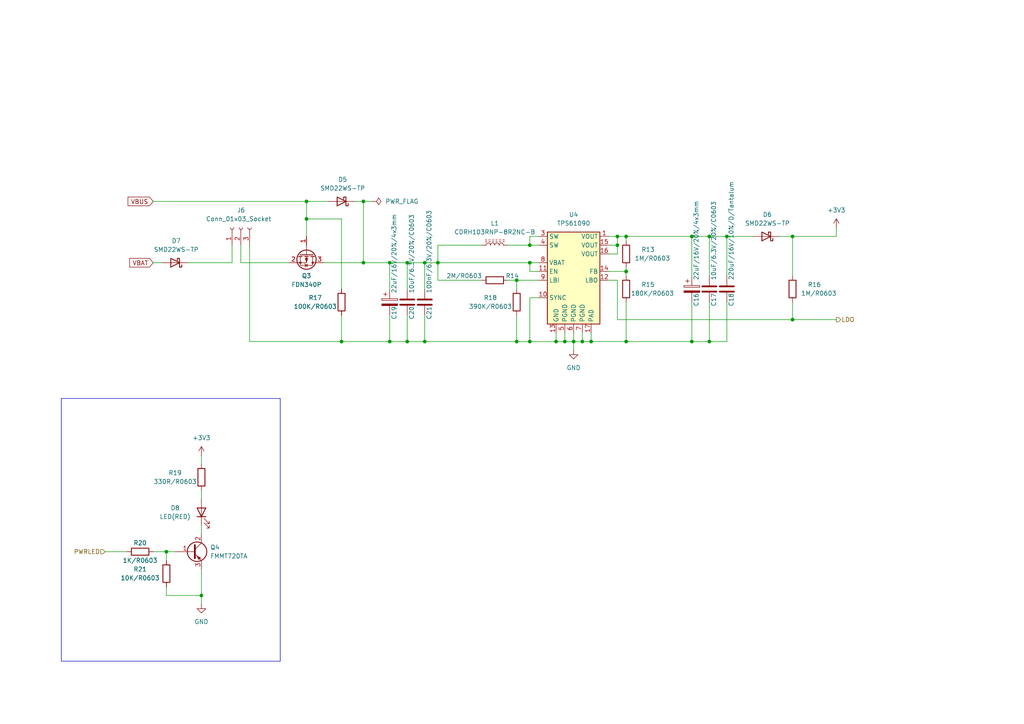
<source format=kicad_sch>
(kicad_sch (version 20231120) (generator "eeschema") (generator_version "8.0")
  (paper "A4")
  (title_block (title "ESP32 embedded application") (date "2024-10-04") (rev "A") (comment 1 "Author: Nicolae-Andrei Vasile") (comment 2 "ESP32 embedded hardware application."))
  (lib_symbols
    (symbol "Connector:Conn_01x03_Socket" (pin_names (offset 1.016) hide)
      (property "Reference" "J" (at 0 5.08 0))
      (property "Value" "Conn_01x03_Socket" (at 0 -5.08 0))
      (symbol "Conn_01x03_Socket_1_1"
        (arc (start 0 -2.032) (mid -0.5058 -2.54) (end 0 -3.048) (stroke (width 0.1524)))
        (polyline (pts (xy -1.27 -2.54) (xy -0.508 -2.54)) (stroke (width 0.1524)))
        (polyline (pts (xy -1.27 0) (xy -0.508 0)) (stroke (width 0.1524)))
        (polyline (pts (xy -1.27 2.54) (xy -0.508 2.54)) (stroke (width 0.1524)))
        (arc (start 0 0.508) (mid -0.5058 0) (end 0 -0.508) (stroke (width 0.1524)))
        (arc (start 0 3.048) (mid -0.5058 2.54) (end 0 2.032) (stroke (width 0.1524)))
        (pin passive line (at -5.08 2.54 0) (length 3.81) (name "Pin_1") (number "1"))
        (pin passive line (at -5.08 0 0) (length 3.81) (name "Pin_2") (number "2"))
        (pin passive line (at -5.08 -2.54 0) (length 3.81) (name "Pin_3") (number "3"))
      )
    )
    (symbol "Device:C" (pin_numbers hide) (pin_names (offset 0.254))
      (property "Reference" "C" (at 0.635 2.54 0))
      (property "Value" "C" (at 0.635 -2.54 0))
      (symbol "C_0_1"
        (polyline (pts (xy -2.032 -0.762) (xy 2.032 -0.762)) (stroke (width 0.508)))
        (polyline (pts (xy -2.032 0.762) (xy 2.032 0.762)) (stroke (width 0.508)))
      )
      (symbol "C_1_1"
        (pin passive line (at 0 3.81 270) (length 2.794) (name "~") (number "1"))
        (pin passive line (at 0 -3.81 90) (length 2.794) (name "~") (number "2"))
      )
    )
    (symbol "Device:C_Polarized" (pin_numbers hide) (pin_names (offset 0.254))
      (property "Reference" "C" (at 0.635 2.54 0))
      (property "Value" "C_Polarized" (at 0.635 -2.54 0))
      (symbol "C_Polarized_0_1"
        (rectangle (start -2.286 0.508) (end 2.286 1.016))
        (polyline (pts (xy -1.778 2.286) (xy -0.762 2.286)))
        (polyline (pts (xy -1.27 2.794) (xy -1.27 1.778)))
        (rectangle (start 2.286 -0.508) (end -2.286 -1.016) (fill (type outline)))
      )
      (symbol "C_Polarized_1_1"
        (pin passive line (at 0 3.81 270) (length 2.794) (name "~") (number "1"))
        (pin passive line (at 0 -3.81 90) (length 2.794) (name "~") (number "2"))
      )
    )
    (symbol "Device:D_Schottky" (pin_numbers hide) (pin_names (offset 1.016) hide)
      (property "Reference" "D" (at 0 2.54 0))
      (property "Value" "D_Schottky" (at 0 -2.54 0))
      (symbol "D_Schottky_0_1"
        (polyline (pts (xy 1.27 0) (xy -1.27 0)))
        (polyline (pts (xy 1.27 1.27) (xy 1.27 -1.27) (xy -1.27 0) (xy 1.27 1.27)) (stroke (width 0.254)))
        (polyline (pts (xy -1.905 0.635) (xy -1.905 1.27) (xy -1.27 1.27) (xy -1.27 -1.27) (xy -0.635 -1.27) (xy -0.635 -0.635)) (stroke (width 0.254)))
      )
      (symbol "D_Schottky_1_1"
        (pin passive line (at -3.81 0 0) (length 2.54) (name "K") (number "1"))
        (pin passive line (at 3.81 0 180) (length 2.54) (name "A") (number "2"))
      )
    )
    (symbol "Device:LED" (pin_numbers hide) (pin_names (offset 1.016) hide)
      (property "Reference" "D" (at 0 2.54 0))
      (property "Value" "LED" (at 0 -2.54 0))
      (symbol "LED_0_1"
        (polyline (pts (xy -1.27 -1.27) (xy -1.27 1.27)) (stroke (width 0.254)))
        (polyline (pts (xy -1.27 0) (xy 1.27 0)))
        (polyline (pts (xy 1.27 -1.27) (xy 1.27 1.27) (xy -1.27 0) (xy 1.27 -1.27)) (stroke (width 0.254)))
        (polyline (pts (xy -3.048 -0.762) (xy -4.572 -2.286) (xy -3.81 -2.286) (xy -4.572 -2.286) (xy -4.572 -1.524)))
        (polyline (pts (xy -1.778 -0.762) (xy -3.302 -2.286) (xy -2.54 -2.286) (xy -3.302 -2.286) (xy -3.302 -1.524)))
      )
      (symbol "LED_1_1"
        (pin passive line (at -3.81 0 0) (length 2.54) (name "K") (number "1"))
        (pin passive line (at 3.81 0 180) (length 2.54) (name "A") (number "2"))
      )
    )
    (symbol "Device:L_Ferrite" (pin_numbers hide) (pin_names (offset 1.016) hide)
      (property "Reference" "L" (at -1.27 0 90))
      (property "Value" "L_Ferrite" (at 2.794 0 90))
      (symbol "L_Ferrite_0_1"
        (arc (start 0 -2.54) (mid 0.6323 -1.905) (end 0 -1.27))
        (arc (start 0 -1.27) (mid 0.6323 -0.635) (end 0 0))
        (polyline (pts (xy 1.016 -2.794) (xy 1.016 -2.286)))
        (polyline (pts (xy 1.016 -1.778) (xy 1.016 -1.27)))
        (polyline (pts (xy 1.016 -0.762) (xy 1.016 -0.254)))
        (polyline (pts (xy 1.016 0.254) (xy 1.016 0.762)))
        (polyline (pts (xy 1.016 1.27) (xy 1.016 1.778)))
        (polyline (pts (xy 1.016 2.286) (xy 1.016 2.794)))
        (polyline (pts (xy 1.524 -2.286) (xy 1.524 -2.794)))
        (polyline (pts (xy 1.524 -1.27) (xy 1.524 -1.778)))
        (polyline (pts (xy 1.524 -0.254) (xy 1.524 -0.762)))
        (polyline (pts (xy 1.524 0.762) (xy 1.524 0.254)))
        (polyline (pts (xy 1.524 1.778) (xy 1.524 1.27)))
        (polyline (pts (xy 1.524 2.794) (xy 1.524 2.286)))
        (arc (start 0 0) (mid 0.6323 0.635) (end 0 1.27))
        (arc (start 0 1.27) (mid 0.6323 1.905) (end 0 2.54))
      )
      (symbol "L_Ferrite_1_1"
        (pin passive line (at 0 3.81 270) (length 1.27) (name "1") (number "1"))
        (pin passive line (at 0 -3.81 90) (length 1.27) (name "2") (number "2"))
      )
    )
    (symbol "Device:Q_PNP_BCE" (pin_names (offset 0) hide)
      (property "Reference" "Q" (at 5.08 1.27 0))
      (property "Value" "Q_PNP_BCE" (at 5.08 -1.27 0))
      (symbol "Q_PNP_BCE_0_1"
        (polyline (pts (xy 0.635 0.635) (xy 2.54 2.54)))
        (polyline (pts (xy 0.635 -0.635) (xy 2.54 -2.54) (xy 2.54 -2.54)))
        (polyline (pts (xy 0.635 1.905) (xy 0.635 -1.905) (xy 0.635 -1.905)) (stroke (width 0.508)))
        (polyline (pts (xy 2.286 -1.778) (xy 1.778 -2.286) (xy 1.27 -1.27) (xy 2.286 -1.778) (xy 2.286 -1.778)) (fill (type outline)))
        (circle (center 1.27 0) (radius 2.8194) (stroke (width 0.254)))
      )
      (symbol "Q_PNP_BCE_1_1"
        (pin input line (at -5.08 0 0) (length 5.715) (name "B") (number "1"))
        (pin passive line (at 2.54 5.08 270) (length 2.54) (name "C") (number "2"))
        (pin passive line (at 2.54 -5.08 90) (length 2.54) (name "E") (number "3"))
      )
    )
    (symbol "Device:R" (pin_numbers hide) (pin_names (offset 0))
      (property "Reference" "R" (at 2.032 0 90))
      (property "Value" "R" (at 0 0 90))
      (symbol "R_0_1"
        (rectangle (start -1.016 -2.54) (end 1.016 2.54) (stroke (width 0.254)))
      )
      (symbol "R_1_1"
        (pin passive line (at 0 3.81 270) (length 1.27) (name "~") (number "1"))
        (pin passive line (at 0 -3.81 90) (length 1.27) (name "~") (number "2"))
      )
    )
    (symbol "Regulator_Switching:TPS61090"
      (property "Reference" "U" (at -7.62 15.24 0))
      (property "Value" "TPS61090" (at 1.27 15.24 0))
      (symbol "TPS61090_0_0"
        (pin power_out line (at 10.16 12.7 180) (length 2.54) (name "VOUT") (number "1"))
        (pin input line (at -10.16 -5.08 0) (length 2.54) (name "SYNC") (number "10"))
        (pin input line (at -10.16 2.54 0) (length 2.54) (name "EN") (number "11"))
        (pin open_collector line (at 10.16 0 180) (length 2.54) (name "LBO") (number "12"))
        (pin power_in line (at -5.08 -15.24 90) (length 2.54) (name "GND") (number "13"))
        (pin input line (at 10.16 2.54 180) (length 2.54) (name "FB") (number "14"))
        (pin passive line (at 10.16 10.16 180) (length 2.54) (name "VOUT") (number "15"))
        (pin passive line (at 10.16 7.62 180) (length 2.54) (name "VOUT") (number "16"))
        (pin power_in line (at 5.08 -15.24 90) (length 2.54) (name "PAD") (number "17"))
        (pin no_connect line (at 10.16 -5.08 180) (length 2.54) hide (name "NC") (number "2"))
        (pin passive line (at -10.16 12.7 0) (length 2.54) (name "SW") (number "3"))
        (pin passive line (at -10.16 10.16 0) (length 2.54) (name "SW") (number "4"))
        (pin power_in line (at -2.54 -15.24 90) (length 2.54) (name "PGND") (number "5"))
        (pin power_in line (at 0 -15.24 90) (length 2.54) (name "PGND") (number "6"))
        (pin power_in line (at 2.54 -15.24 90) (length 2.54) (name "PGND") (number "7"))
        (pin power_in line (at -10.16 5.08 0) (length 2.54) (name "VBAT") (number "8"))
        (pin input line (at -10.16 0 0) (length 2.54) (name "LBI") (number "9"))
      )
      (symbol "TPS61090_0_1"
        (rectangle (start -7.62 13.97) (end 7.62 -12.7) (stroke (width 0.254)) (fill (type background)))
      )
    )
    (symbol "Transistor_FET:FDN340P" (pin_names hide)
      (property "Reference" "Q" (at 5.08 1.905 0))
      (property "Value" "FDN340P" (at 5.08 0 0))
      (symbol "FDN340P_0_1"
        (polyline (pts (xy 0.254 0) (xy -2.54 0)))
        (polyline (pts (xy 0.254 1.905) (xy 0.254 -1.905)) (stroke (width 0.254)))
        (polyline (pts (xy 0.762 -1.27) (xy 0.762 -2.286)) (stroke (width 0.254)))
        (polyline (pts (xy 0.762 0.508) (xy 0.762 -0.508)) (stroke (width 0.254)))
        (polyline (pts (xy 0.762 2.286) (xy 0.762 1.27)) (stroke (width 0.254)))
        (polyline (pts (xy 2.54 2.54) (xy 2.54 1.778)))
        (polyline (pts (xy 2.54 -2.54) (xy 2.54 0) (xy 0.762 0)))
        (polyline (pts (xy 0.762 1.778) (xy 3.302 1.778) (xy 3.302 -1.778) (xy 0.762 -1.778)))
        (polyline (pts (xy 2.286 0) (xy 1.27 0.381) (xy 1.27 -0.381) (xy 2.286 0)) (fill (type outline)))
        (polyline (pts (xy 2.794 -0.508) (xy 2.921 -0.381) (xy 3.683 -0.381) (xy 3.81 -0.254)))
        (polyline (pts (xy 3.302 -0.381) (xy 2.921 0.254) (xy 3.683 0.254) (xy 3.302 -0.381)))
        (circle (center 1.651 0) (radius 2.794) (stroke (width 0.254)))
        (circle (center 2.54 -1.778) (radius 0.254) (fill (type outline)))
        (circle (center 2.54 1.778) (radius 0.254) (fill (type outline)))
      )
      (symbol "FDN340P_1_1"
        (pin input line (at -5.08 0 0) (length 2.54) (name "G") (number "1"))
        (pin passive line (at 2.54 -5.08 90) (length 2.54) (name "S") (number "2"))
        (pin passive line (at 2.54 5.08 270) (length 2.54) (name "D") (number "3"))
      )
    )
    (symbol "power:+3V3" (power) (pin_numbers hide) (pin_names (offset 0) hide)
      (property "Value" "+3V3" (at 0 3.556 0))
      (symbol "+3V3_0_1"
        (polyline (pts (xy -0.762 1.27) (xy 0 2.54)))
        (polyline (pts (xy 0 0) (xy 0 2.54)))
        (polyline (pts (xy 0 2.54) (xy 0.762 1.27)))
      )
      (symbol "+3V3_1_1"
        (pin power_in line (at 0 0 90) (length 0) (name "~") (number "1"))
      )
    )
    (symbol "power:GND" (power) (pin_numbers hide) (pin_names (offset 0) hide)
      (property "Value" "GND" (at 0 -3.81 0))
      (symbol "GND_0_1"
        (polyline (pts (xy 0 0) (xy 0 -1.27) (xy 1.27 -1.27) (xy 0 -2.54) (xy -1.27 -1.27) (xy 0 -1.27)))
      )
      (symbol "GND_1_1"
        (pin power_in line (at 0 0 270) (length 0) (name "~") (number "1"))
      )
    )
    (symbol "power:PWR_FLAG" (power) (pin_numbers hide) (pin_names (offset 0) hide)
      (property "Value" "PWR_FLAG" (at 0 3.81 0))
      (symbol "PWR_FLAG_0_0"
        (pin power_out line (at 0 0 90) (length 0) (name "~") (number "1"))
      )
      (symbol "PWR_FLAG_0_1"
        (polyline (pts (xy 0 0) (xy 0 1.27) (xy -1.016 1.905) (xy 0 2.54) (xy 1.016 1.905) (xy 0 1.27)))
      )
    )
  )
  (junction (at 118.11 76.2))
  (junction (at 88.9 63.5))
  (junction (at 99.06 99.06))
  (junction (at 200.66 68.58))
  (junction (at 123.19 99.06))
  (junction (at 149.86 99.06))
  (junction (at 48.26 160.02))
  (junction (at 171.45 99.06))
  (junction (at 153.67 76.2))
  (junction (at 229.87 92.71))
  (junction (at 181.61 78.74))
  (junction (at 153.67 99.06))
  (junction (at 149.86 81.28))
  (junction (at 127 76.2))
  (junction (at 181.61 68.58))
  (junction (at 229.87 68.58))
  (junction (at 168.91 99.06))
  (junction (at 205.74 99.06))
  (junction (at 181.61 99.06))
  (junction (at 113.03 76.2))
  (junction (at 105.41 58.42))
  (junction (at 210.82 68.58))
  (junction (at 200.66 99.06))
  (junction (at 179.07 71.12))
  (junction (at 163.83 99.06))
  (junction (at 205.74 68.58))
  (junction (at 161.29 99.06))
  (junction (at 118.11 99.06))
  (junction (at 105.41 76.2))
  (junction (at 123.19 76.2))
  (junction (at 58.42 172.72))
  (junction (at 88.9 58.42))
  (junction (at 179.07 68.58))
  (junction (at 166.37 99.06))
  (junction (at 153.67 71.12))
  (junction (at 113.03 99.06))
  (wire (pts (xy 113.03 76.2) (xy 118.11 76.2)))
  (wire (pts (xy 105.41 76.2) (xy 105.41 58.42)))
  (wire (pts (xy 72.39 99.06) (xy 99.06 99.06)))
  (wire (pts (xy 48.26 160.02) (xy 50.8 160.02)))
  (wire (pts (xy 166.37 96.52) (xy 166.37 99.06)))
  (wire (pts (xy 123.19 99.06) (xy 149.86 99.06)))
  (wire (pts (xy 229.87 68.58) (xy 242.57 68.58)))
  (wire (pts (xy 93.98 76.2) (xy 105.41 76.2)))
  (wire (pts (xy 166.37 99.06) (xy 168.91 99.06)))
  (wire (pts (xy 171.45 99.06) (xy 181.61 99.06)))
  (wire (pts (xy 200.66 68.58) (xy 200.66 80.01)))
  (wire (pts (xy 54.61 76.2) (xy 67.31 76.2)))
  (wire (pts (xy 139.7 71.12) (xy 127 71.12)))
  (wire (pts (xy 179.07 68.58) (xy 181.61 68.58)))
  (wire (pts (xy 58.42 175.26) (xy 58.42 172.72)))
  (wire (pts (xy 181.61 68.58) (xy 181.61 69.85)))
  (wire (pts (xy 205.74 99.06) (xy 205.74 87.63)))
  (wire (pts (xy 118.11 76.2) (xy 118.11 83.82)))
  (wire (pts (xy 147.32 71.12) (xy 153.67 71.12)))
  (wire (pts (xy 229.87 92.71) (xy 242.57 92.71)))
  (wire (pts (xy 179.07 68.58) (xy 179.07 71.12)))
  (wire (pts (xy 179.07 71.12) (xy 179.07 73.66)))
  (wire (pts (xy 113.03 99.06) (xy 118.11 99.06)))
  (polyline (pts (xy 17.78 191.77) (xy 17.78 115.57)))
  (wire (pts (xy 48.26 170.18) (xy 48.26 172.72)))
  (wire (pts (xy 147.32 81.28) (xy 149.86 81.28)))
  (polyline (pts (xy 17.78 191.77) (xy 81.28 191.77)))
  (wire (pts (xy 176.53 71.12) (xy 179.07 71.12)))
  (wire (pts (xy 149.86 91.44) (xy 149.86 99.06)))
  (wire (pts (xy 210.82 68.58) (xy 218.44 68.58)))
  (wire (pts (xy 44.45 160.02) (xy 48.26 160.02)))
  (wire (pts (xy 69.85 71.12) (xy 69.85 76.2)))
  (wire (pts (xy 166.37 99.06) (xy 166.37 101.6)))
  (wire (pts (xy 105.41 58.42) (xy 107.95 58.42)))
  (wire (pts (xy 67.31 76.2) (xy 67.31 71.12)))
  (wire (pts (xy 181.61 78.74) (xy 181.61 80.01)))
  (wire (pts (xy 156.21 86.36) (xy 153.67 86.36)))
  (wire (pts (xy 118.11 99.06) (xy 123.19 99.06)))
  (wire (pts (xy 58.42 165.1) (xy 58.42 172.72)))
  (wire (pts (xy 99.06 99.06) (xy 113.03 99.06)))
  (wire (pts (xy 58.42 152.4) (xy 58.42 154.94)))
  (wire (pts (xy 88.9 58.42) (xy 95.25 58.42)))
  (wire (pts (xy 30.48 160.02) (xy 36.83 160.02)))
  (wire (pts (xy 171.45 99.06) (xy 168.91 99.06)))
  (wire (pts (xy 171.45 96.52) (xy 171.45 99.06)))
  (wire (pts (xy 163.83 99.06) (xy 161.29 99.06)))
  (wire (pts (xy 176.53 78.74) (xy 181.61 78.74)))
  (polyline (pts (xy 17.78 115.57) (xy 81.28 115.57)))
  (wire (pts (xy 99.06 63.5) (xy 88.9 63.5)))
  (wire (pts (xy 113.03 76.2) (xy 113.03 83.82)))
  (wire (pts (xy 156.21 68.58) (xy 153.67 68.58)))
  (wire (pts (xy 123.19 91.44) (xy 123.19 99.06)))
  (wire (pts (xy 153.67 99.06) (xy 153.67 86.36)))
  (wire (pts (xy 153.67 68.58) (xy 153.67 71.12)))
  (wire (pts (xy 210.82 99.06) (xy 205.74 99.06)))
  (wire (pts (xy 176.53 68.58) (xy 179.07 68.58)))
  (wire (pts (xy 168.91 96.52) (xy 168.91 99.06)))
  (wire (pts (xy 123.19 76.2) (xy 123.19 83.82)))
  (wire (pts (xy 153.67 76.2) (xy 156.21 76.2)))
  (wire (pts (xy 44.45 76.2) (xy 46.99 76.2)))
  (wire (pts (xy 163.83 96.52) (xy 163.83 99.06)))
  (wire (pts (xy 205.74 68.58) (xy 210.82 68.58)))
  (wire (pts (xy 69.85 76.2) (xy 83.82 76.2)))
  (wire (pts (xy 48.26 172.72) (xy 58.42 172.72)))
  (wire (pts (xy 161.29 96.52) (xy 161.29 99.06)))
  (wire (pts (xy 181.61 87.63) (xy 181.61 99.06)))
  (wire (pts (xy 229.87 87.63) (xy 229.87 92.71)))
  (wire (pts (xy 200.66 99.06) (xy 181.61 99.06)))
  (wire (pts (xy 229.87 68.58) (xy 229.87 80.01)))
  (wire (pts (xy 210.82 87.63) (xy 210.82 99.06)))
  (wire (pts (xy 205.74 68.58) (xy 205.74 80.01)))
  (wire (pts (xy 210.82 68.58) (xy 210.82 80.01)))
  (wire (pts (xy 127 76.2) (xy 153.67 76.2)))
  (wire (pts (xy 181.61 68.58) (xy 200.66 68.58)))
  (wire (pts (xy 118.11 76.2) (xy 123.19 76.2)))
  (wire (pts (xy 118.11 91.44) (xy 118.11 99.06)))
  (wire (pts (xy 149.86 99.06) (xy 153.67 99.06)))
  (wire (pts (xy 149.86 81.28) (xy 156.21 81.28)))
  (wire (pts (xy 127 81.28) (xy 127 76.2)))
  (wire (pts (xy 166.37 99.06) (xy 163.83 99.06)))
  (wire (pts (xy 99.06 83.82) (xy 99.06 63.5)))
  (wire (pts (xy 88.9 58.42) (xy 88.9 63.5)))
  (wire (pts (xy 242.57 66.04) (xy 242.57 68.58)))
  (wire (pts (xy 72.39 71.12) (xy 72.39 99.06)))
  (wire (pts (xy 153.67 78.74) (xy 153.67 76.2)))
  (wire (pts (xy 200.66 87.63) (xy 200.66 99.06)))
  (wire (pts (xy 88.9 63.5) (xy 88.9 68.58)))
  (wire (pts (xy 161.29 99.06) (xy 153.67 99.06)))
  (wire (pts (xy 105.41 76.2) (xy 113.03 76.2)))
  (wire (pts (xy 176.53 73.66) (xy 179.07 73.66)))
  (wire (pts (xy 179.07 81.28) (xy 179.07 92.71)))
  (wire (pts (xy 200.66 68.58) (xy 205.74 68.58)))
  (wire (pts (xy 58.42 142.24) (xy 58.42 144.78)))
  (wire (pts (xy 105.41 58.42) (xy 102.87 58.42)))
  (polyline (pts (xy 81.28 115.57) (xy 81.28 191.77)))
  (wire (pts (xy 200.66 99.06) (xy 205.74 99.06)))
  (wire (pts (xy 127 71.12) (xy 127 76.2)))
  (wire (pts (xy 153.67 71.12) (xy 156.21 71.12)))
  (wire (pts (xy 149.86 81.28) (xy 149.86 83.82)))
  (wire (pts (xy 181.61 77.47) (xy 181.61 78.74)))
  (wire (pts (xy 44.45 58.42) (xy 88.9 58.42)))
  (wire (pts (xy 99.06 91.44) (xy 99.06 99.06)))
  (wire (pts (xy 176.53 81.28) (xy 179.07 81.28)))
  (wire (pts (xy 113.03 91.44) (xy 113.03 99.06)))
  (wire (pts (xy 139.7 81.28) (xy 127 81.28)))
  (wire (pts (xy 156.21 78.74) (xy 153.67 78.74)))
  (wire (pts (xy 58.42 132.08) (xy 58.42 134.62)))
  (wire (pts (xy 179.07 92.71) (xy 229.87 92.71)))
  (wire (pts (xy 123.19 76.2) (xy 127 76.2)))
  (wire (pts (xy 48.26 160.02) (xy 48.26 162.56)))
  (wire (pts (xy 226.06 68.58) (xy 229.87 68.58)))
  (global_label "VBAT" (shape input) (at 44.45 76.2 180) (property "Intersheetrefs" "${INTERSHEET_REFS}" (effects (hide yes))))
  (global_label "VBUS" (shape input) (at 44.45 58.42 180) (property "Intersheetrefs" "${INTERSHEET_REFS}" (effects (hide yes))))
  (hierarchical_label "PWRLED" (shape input) (at 30.48 160.02 180))
  (hierarchical_label "LDO" (shape output) (at 242.57 92.71 0))
  (symbol (lib_id "power:+3V3") (at 58.42 132.08 0) (unit 1)
    (property "Reference" "#PWR021" (effects (hide yes)))
    (property "Value" "+3V3" (at 58.42 127 0))
    (property "Description" "Power symbol creates a global label with name \"+3V3\"" (effects (hide yes)))
  )
  (symbol (lib_id "Device:R") (at 181.61 73.66 0) (unit 1)
    (property "Reference" "R13" (at 187.96 72.39 0))
    (property "Value" "1M/R0603" (at 189.23 74.93 0))
    (property "Footprint" "Resistor_SMD:R_0603_1608Metric_Pad0.98x0.95mm_HandSolder" (effects (hide yes)))
    (property "Description" "Resistor" (effects (hide yes)))
  )
  (symbol (lib_id "Regulator_Switching:TPS61090") (at 166.37 81.28 0) (unit 1)
    (property "Reference" "U4" (at 166.37 62.23 0))
    (property "Value" "TPS61090" (at 166.37 64.77 0))
    (property "Footprint" "Package_DFN_QFN:Texas_RSA_VQFN-16-1EP_4x4mm_P0.65mm_EP2.7x2.7mm_ThermalVias" (effects (hide yes)))
    (property "Datasheet" "http://www.ti.com/lit/ds/symlink/tps61090.pdf" (effects (hide yes)))
    (property "Description" "2A Step-Up DC-DC Converter for Batteries, Isw up to 2500mA, Adjustable output voltage, QFN-16" (effects (hide yes)))
  )
  (symbol (lib_id "power:GND") (at 58.42 175.26 0) (unit 1)
    (property "Reference" "#PWR022" (effects (hide yes)))
    (property "Value" "GND" (at 58.42 180.34 0))
    (property "Description" "Power symbol creates a global label with name \"GND\" , ground" (effects (hide yes)))
  )
  (symbol (lib_id "Device:R") (at 40.64 160.02 270) (unit 1)
    (property "Reference" "R20" (at 40.64 157.48 90))
    (property "Value" "1K/R0603" (at 40.64 162.56 90))
    (property "Footprint" "Resistor_SMD:R_0603_1608Metric_Pad0.98x0.95mm_HandSolder" (effects (hide yes)))
    (property "Description" "Resistor" (effects (hide yes)))
  )
  (symbol (lib_id "Device:C_Polarized") (at 113.03 87.63 0) (unit 1)
    (property "Reference" "C19" (at 114.3 92.71 90) (effects (justify left)))
    (property "Value" "22uF/16V/20%/4x3mm" (at 114.3 85.09 90) (effects (justify left)))
    (property "Footprint" "Capacitor_SMD:CP_Elec_4x3" (effects (hide yes)))
    (property "Description" "Polarized capacitor" (effects (hide yes)))
  )
  (symbol (lib_id "Device:C") (at 123.19 87.63 0) (unit 1)
    (property "Reference" "C21" (at 124.46 92.71 90) (effects (justify left)))
    (property "Value" "100nF/6.3V/20%/C0603" (at 124.46 85.09 90) (effects (justify left)))
    (property "Footprint" "Capacitor_SMD:C_0603_1608Metric_Pad1.08x0.95mm_HandSolder" (effects (hide yes)))
    (property "Description" "Unpolarized capacitor" (effects (hide yes)))
  )
  (symbol (lib_id "Device:D_Schottky") (at 50.8 76.2 180) (unit 1)
    (property "Reference" "D7" (at 51.1175 69.85 0))
    (property "Value" "SMD22WS-TP" (at 51.1175 72.39 0))
    (property "Footprint" "Diode_SMD:D_SOD-323_HandSoldering" (effects (hide yes)))
    (property "Description" "Schottky diode" (effects (hide yes)))
  )
  (symbol (lib_id "Device:D_Schottky") (at 99.06 58.42 180) (unit 1)
    (property "Reference" "D5" (at 99.3775 52.07 0))
    (property "Value" "SMD22WS-TP" (at 99.3775 54.61 0))
    (property "Footprint" "Diode_SMD:D_SOD-323_HandSoldering" (effects (hide yes)))
    (property "Description" "Schottky diode" (effects (hide yes)))
  )
  (symbol (lib_id "power:PWR_FLAG") (at 107.95 58.42 270) (unit 1)
    (property "Reference" "#FLG05" (effects (hide yes)))
    (property "Value" "PWR_FLAG" (at 111.76 58.4199 90) (effects (justify left)))
    (property "Description" "Special symbol for telling ERC where power comes from" (effects (hide yes)))
  )
  (symbol (lib_id "Device:R") (at 149.86 87.63 180) (unit 1)
    (property "Reference" "R18" (at 142.24 86.36 0))
    (property "Value" "390K/R0603" (at 142.24 88.9 0))
    (property "Footprint" "Resistor_SMD:R_0603_1608Metric_Pad0.98x0.95mm_HandSolder" (effects (hide yes)))
    (property "Description" "Resistor" (effects (hide yes)))
  )
  (symbol (lib_id "Device:R") (at 48.26 166.37 0) (unit 1)
    (property "Reference" "R21" (at 40.64 165.1 0))
    (property "Value" "10K/R0603" (at 40.64 167.64 0))
    (property "Footprint" "Resistor_SMD:R_0603_1608Metric_Pad0.98x0.95mm_HandSolder" (effects (hide yes)))
    (property "Description" "Resistor" (effects (hide yes)))
  )
  (symbol (lib_id "Transistor_FET:FDN340P") (at 88.9 73.66 270) (unit 1)
    (property "Reference" "Q3" (at 88.9 80.01 90))
    (property "Value" "FDN340P" (at 88.9 82.55 90))
    (property "Footprint" "Package_TO_SOT_SMD:SOT-23" (effects (hide yes)))
    (property "Datasheet" "https://www.onsemi.com/pub/Collateral/FDN340P-D.PDF" (effects (hide yes)))
    (property "Description" "-2A Id, -20V Vds, P-Channel MOSFET, 70mOhm Ron, SOT-23" (effects (hide yes)))
  )
  (symbol (lib_id "Device:C") (at 205.74 83.82 0) (unit 1)
    (property "Reference" "C17" (at 207.01 88.9 90) (effects (justify left)))
    (property "Value" "10uF/6.3V/20%/C0603" (at 207.01 81.28 90) (effects (justify left)))
    (property "Footprint" "Capacitor_SMD:C_0603_1608Metric_Pad1.08x0.95mm_HandSolder" (effects (hide yes)))
    (property "Description" "Unpolarized capacitor" (effects (hide yes)))
  )
  (symbol (lib_id "Device:L_Ferrite") (at 143.51 71.12 90) (unit 1)
    (property "Reference" "L1" (at 143.51 64.77 90))
    (property "Value" "CDRH103RNP-8R2NC-B" (at 143.51 67.31 90))
    (property "Footprint" "Inductor_SMD:L_10.4x10.4_H4.8" (effects (hide yes)))
    (property "Description" "Inductor with ferrite core" (effects (hide yes)))
  )
  (symbol (lib_id "Device:D_Schottky") (at 222.25 68.58 180) (unit 1)
    (property "Reference" "D6" (at 222.5675 62.23 0))
    (property "Value" "SMD22WS-TP" (at 222.5675 64.77 0))
    (property "Footprint" "Diode_SMD:D_SOD-323_HandSoldering" (effects (hide yes)))
    (property "Description" "Schottky diode" (effects (hide yes)))
  )
  (symbol (lib_id "Device:C") (at 210.82 83.82 0) (unit 1)
    (property "Reference" "C18" (at 212.09 88.9 90) (effects (justify left)))
    (property "Value" "220uF/16V/10%/D/Tantalum" (at 212.09 81.28 90) (effects (justify left)))
    (property "Footprint" "Capacitor_Tantalum_SMD:CP_EIA-7343-31_Kemet-D_Pad2.25x2.55mm_HandSolder" (effects (hide yes)))
    (property "Description" "Unpolarized capacitor" (effects (hide yes)))
  )
  (symbol (lib_id "Connector:Conn_01x03_Socket") (at 69.85 66.04 90) (unit 1)
    (property "Reference" "J6" (at 71.12 60.96 90) (effects (justify left)))
    (property "Value" "Conn_01x03_Socket" (at 78.74 63.5 90) (effects (justify left)))
    (property "Footprint" "Connector_Phoenix_MC:PhoenixContact_MC_1,5_3-G-3.81_1x03_P3.81mm_Horizontal" (effects (hide yes)))
    (property "Description" "Generic connector, single row, 01x03, script generated" (effects (hide yes)))
  )
  (symbol (lib_id "Device:C") (at 118.11 87.63 0) (unit 1)
    (property "Reference" "C20" (at 119.38 92.71 90) (effects (justify left)))
    (property "Value" "10uF/6.3V/20%/C0603" (at 119.38 85.09 90) (effects (justify left)))
    (property "Footprint" "Capacitor_SMD:C_0603_1608Metric_Pad1.08x0.95mm_HandSolder" (effects (hide yes)))
    (property "Description" "Unpolarized capacitor" (effects (hide yes)))
  )
  (symbol (lib_id "Device:R") (at 181.61 83.82 0) (unit 1)
    (property "Reference" "R15" (at 187.96 82.55 0))
    (property "Value" "180K/R0603" (at 189.23 85.09 0))
    (property "Footprint" "Resistor_SMD:R_0603_1608Metric_Pad0.98x0.95mm_HandSolder" (effects (hide yes)))
    (property "Description" "Resistor" (effects (hide yes)))
  )
  (symbol (lib_id "power:GND") (at 166.37 101.6 0) (unit 1)
    (property "Reference" "#PWR020" (effects (hide yes)))
    (property "Value" "GND" (at 166.37 106.68 0))
    (property "Description" "Power symbol creates a global label with name \"GND\" , ground" (effects (hide yes)))
  )
  (symbol (lib_id "Device:Q_PNP_BCE") (at 55.88 160.02 0) (unit 1)
    (property "Reference" "Q4" (at 60.96 158.7499 0) (effects (justify left)))
    (property "Value" "FMMT720TA" (at 60.96 161.2899 0) (effects (justify left)))
    (property "Footprint" "Package_TO_SOT_SMD:TSOT-23" (effects (hide yes)))
    (property "Description" "PNP transistor, base/collector/emitter" (effects (hide yes)))
  )
  (symbol (lib_id "power:+3V3") (at 242.57 66.04 0) (unit 1)
    (property "Reference" "#PWR019" (effects (hide yes)))
    (property "Value" "+3V3" (at 242.57 60.96 0))
    (property "Description" "Power symbol creates a global label with name \"+3V3\"" (effects (hide yes)))
  )
  (symbol (lib_id "Device:LED") (at 58.42 148.59 90) (unit 1)
    (property "Reference" "D8" (at 50.8 147.32 90))
    (property "Value" "LED(RED)" (at 50.8 149.86 90))
    (property "Footprint" "LED_SMD:LED_0603_1608Metric_Pad1.05x0.95mm_HandSolder" (effects (hide yes)))
    (property "Description" "Light emitting diode" (effects (hide yes)))
  )
  (symbol (lib_id "Device:R") (at 229.87 83.82 0) (unit 1)
    (property "Reference" "R16" (at 236.22 82.55 0))
    (property "Value" "1M/R0603" (at 237.49 85.09 0))
    (property "Footprint" "Resistor_SMD:R_0603_1608Metric_Pad0.98x0.95mm_HandSolder" (effects (hide yes)))
    (property "Description" "Resistor" (effects (hide yes)))
  )
  (symbol (lib_id "Device:R") (at 58.42 138.43 0) (unit 1)
    (property "Reference" "R19" (at 50.8 137.16 0))
    (property "Value" "330R/R0603" (at 50.8 139.7 0))
    (property "Footprint" "Resistor_SMD:R_0603_1608Metric_Pad0.98x0.95mm_HandSolder" (effects (hide yes)))
    (property "Description" "Resistor" (effects (hide yes)))
  )
  (symbol (lib_id "Device:C_Polarized") (at 200.66 83.82 0) (unit 1)
    (property "Reference" "C16" (at 201.93 88.9 90) (effects (justify left)))
    (property "Value" "22uF/16V/20%/4x3mm" (at 201.93 81.28 90) (effects (justify left)))
    (property "Footprint" "Capacitor_SMD:CP_Elec_4x3" (effects (hide yes)))
    (property "Description" "Polarized capacitor" (effects (hide yes)))
  )
  (symbol (lib_id "Device:R") (at 143.51 81.28 90) (unit 1)
    (property "Reference" "R14" (at 148.59 80.01 90))
    (property "Value" "2M/R0603" (at 134.62 80.01 90))
    (property "Footprint" "Resistor_SMD:R_0603_1608Metric_Pad0.98x0.95mm_HandSolder" (effects (hide yes)))
    (property "Description" "Resistor" (effects (hide yes)))
  )
  (symbol (lib_id "Device:R") (at 99.06 87.63 180) (unit 1)
    (property "Reference" "R17" (at 91.44 86.36 0))
    (property "Value" "100K/R0603" (at 91.44 88.9 0))
    (property "Footprint" "Resistor_SMD:R_0603_1608Metric_Pad0.98x0.95mm_HandSolder" (effects (hide yes)))
    (property "Description" "Resistor" (effects (hide yes)))
  )
)
</source>
